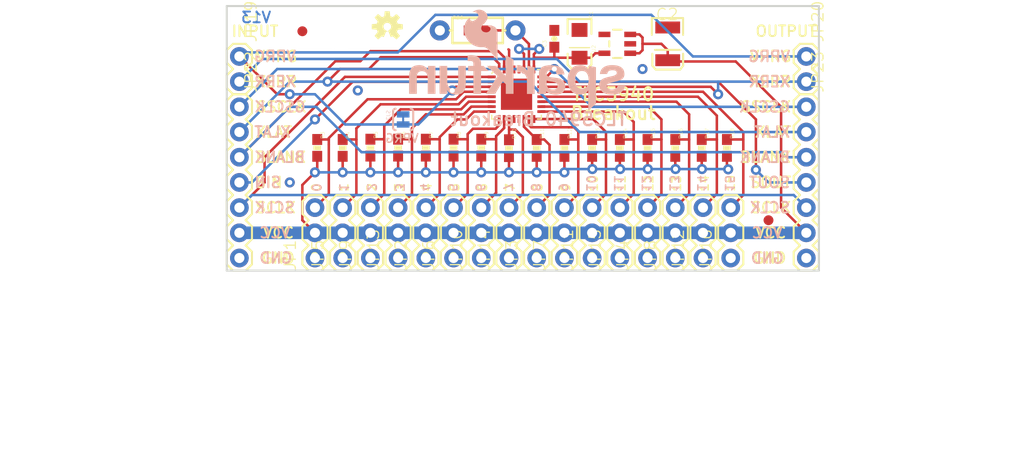
<source format=kicad_pcb>
(kicad_pcb (version 20211014) (generator pcbnew)
  (layers (0 "F.Cu" signal) (31 "B.Cu" signal) (34 "B.Paste" user) (35 "F.Paste" user) (36 "B.SilkS" user "B.Silkscreen") (37 "F.SilkS" user "F.Silkscreen") (38 "B.Mask" user) (39 "F.Mask" user) (44 "Edge.Cuts" user))
  (net 0 "")
  (net 1 "VCC")
  (net 2 "GND")
  (net 3 "SCLK")
  (net 4 "SIN")
  (net 5 "SOUT")
  (net 6 "XLAT")
  (net 7 "GSCLK")
  (net 8 "BLANK")
  (net 9 "XERR")
  (net 10 "OUT0")
  (net 11 "OUT2")
  (net 12 "OUT1")
  (net 13 "OUT3")
  (net 14 "OUT4")
  (net 15 "OUT5")
  (net 16 "OUT6")
  (net 17 "OUT7")
  (net 18 "OUT8")
  (net 19 "OUT9")
  (net 20 "OUT10")
  (net 21 "OUT11")
  (net 22 "OUT12")
  (net 23 "OUT13")
  (net 24 "OUT14")
  (net 25 "OUT15")
  (net 26 "VPRG")
  (net 27 "5V")
  (net 28 "N$1")
  (footprint "boardEagle:0603-RES" (layer "F.Cu") (at 163.8681 105.9688 -90)
    (fp_text reference "R16")
    (fp_text value "2.2k")
  )
  (footprint "boardEagle:0603-RES" (layer "F.Cu") (at 169.0751 105.9688 -90)
    (fp_text reference "R18")
    (fp_text value "2.2k")
  )
  (footprint "boardEagle:0603-RES" (layer "F.Cu") (at 155.4861 105.9688 -90)
    (fp_text reference "R13")
    (fp_text value "2.2k")
  )
  (footprint "boardEagle:QFN-32" (layer "F.Cu") (at 147.8661 100.5586 -90)
    (fp_text reference "U3")
    (fp_text value "TLC5940-RHB")
  )
  (footprint "boardEagle:1X03" (layer "F.Cu") (at 152.6921 117.0686 90)
    (fp_text reference "JP7")
    (fp_text value "")
  )
  (footprint "boardEagle:1X03" (layer "F.Cu") (at 127.5461 117.0686 90)
    (fp_text reference "JP1")
    (fp_text value "")
  )
  (footprint "boardEagle:1X03" (layer "F.Cu") (at 169.4561 117.0686 90)
    (fp_text reference "JP16")
    (fp_text value "")
  )
  (footprint "boardEagle:0603-RES" (layer "F.Cu") (at 158.2801 105.9688 -90)
    (fp_text reference "R14")
    (fp_text value "2.2k")
  )
  (footprint "boardEagle:0603-RES" (layer "F.Cu") (at 141.5161 105.9434 -90)
    (fp_text reference "R8")
    (fp_text value "2.2k")
  )
  (footprint "boardEagle:1X07" (layer "F.Cu") (at 119.9261 101.8286 -90)
    (fp_text reference "JP22")
    (fp_text value "INPUT")
  )
  (footprint "boardEagle:1X02" (layer "F.Cu") (at 177.0761 96.7486 -90)
    (fp_text reference "JP20")
    (fp_text value "")
  )
  (footprint "boardEagle:1X03" (layer "F.Cu") (at 147.1041 117.0686 90)
    (fp_text reference "JP14")
    (fp_text value "")
  )
  (footprint "boardEagle:1X02" (layer "F.Cu") (at 119.9261 96.7486 -90)
    (fp_text reference "JP19")
    (fp_text value "")
  )
  (footprint "boardEagle:1X03" (layer "F.Cu") (at 163.8681 117.0686 90)
    (fp_text reference "JP8")
    (fp_text value "")
  )
  (footprint "boardEagle:1X03" (layer "F.Cu") (at 135.9281 117.0686 90)
    (fp_text reference "JP13")
    (fp_text value "")
  )
  (footprint "boardEagle:1X03" (layer "F.Cu") (at 141.5161 117.0686 90)
    (fp_text reference "JP6")
    (fp_text value "")
  )
  (footprint "boardEagle:FIDUCIAL-1X2" (layer "F.Cu") (at 173.2661 113.2586)
    (fp_text reference "JP21" hide)
    (fp_text value "FIDUCIAL1X2" hide)
  )
  (footprint "boardEagle:1X03" (layer "F.Cu") (at 133.1341 117.0686 90)
    (fp_text reference "JP9")
    (fp_text value "")
  )
  (footprint "boardEagle:SOT23-5" (layer "F.Cu") (at 158.0261 95.4786 90)
    (fp_text reference "U2")
    (fp_text value "V_REG_MIC52055V")
  )
  (footprint "boardEagle:1X03" (layer "F.Cu") (at 155.4861 117.0686 90)
    (fp_text reference "JP11")
    (fp_text value "")
  )
  (footprint "boardEagle:EIA3216" (layer "F.Cu") (at 154.2161 95.4786 -90)
    (fp_text reference "C1")
    (fp_text value "10uF")
  )
  (footprint "boardEagle:1X07" (layer "F.Cu") (at 177.0761 101.8286 -90)
    (fp_text reference "JP23")
    (fp_text value "OUTPUT")
  )
  (footprint "boardEagle:1X03" (layer "F.Cu") (at 149.8981 117.0686 90)
    (fp_text reference "JP3")
    (fp_text value "")
  )
  (footprint "boardEagle:0603-RES" (layer "F.Cu") (at 130.3401 105.9688 -90)
    (fp_text reference "R4")
    (fp_text value "2.2k")
  )
  (footprint "boardEagle:0603-CAP" (layer "F.Cu") (at 151.6761 94.9706 90)
    (fp_text reference "C3")
    (fp_text value "0.1uF")
  )
  (footprint "boardEagle:0603-RES" (layer "F.Cu") (at 127.7747 105.9688 -90)
    (fp_text reference "R3")
    (fp_text value "2.2k")
  )
  (footprint "boardEagle:0603-RES" (layer "F.Cu") (at 149.8981 105.9688 -90)
    (fp_text reference "R11")
    (fp_text value "2.2k")
  )
  (footprint "boardEagle:1X03" (layer "F.Cu") (at 161.0741 117.0686 90)
    (fp_text reference "JP4")
    (fp_text value "")
  )
  (footprint "boardEagle:0603-RES" (layer "F.Cu") (at 135.9281 105.9434 -90)
    (fp_text reference "R6")
    (fp_text value "2.2k")
  )
  (footprint "boardEagle:STAND-OFF" (layer "F.Cu") (at 130.0861 94.2086)
    (fp_text reference "JP17" hide)
    (fp_text value "STAND-OFF" hide)
  )
  (footprint "boardEagle:1X03" (layer "F.Cu") (at 144.3101 117.0686 90)
    (fp_text reference "JP10")
    (fp_text value "")
  )
  (footprint "boardEagle:1X03" (layer "F.Cu") (at 158.2801 117.0686 90)
    (fp_text reference "JP15")
    (fp_text value "")
  )
  (footprint "boardEagle:0603-RES" (layer "F.Cu") (at 161.0741 105.9688 -90)
    (fp_text reference "R15")
    (fp_text value "2.2k")
  )
  (footprint "boardEagle:0603-RES" (layer "F.Cu") (at 143.94434 94.127319)
    (fp_text reference "R19")
    (fp_text value "2.2k")
  )
  (footprint "boardEagle:0603-RES" (layer "F.Cu") (at 147.1041 105.9942 -90)
    (fp_text reference "R10")
    (fp_text value "2.2k")
  )
  (footprint "boardEagle:AXIAL-0.3-KIT" (layer "F.Cu") (at 143.94434 94.127319)
    (fp_text reference "R20")
    (fp_text value "R2" hide)
  )
  (footprint "boardEagle:0603-RES" (layer "F.Cu") (at 144.3101 105.9434 -90)
    (fp_text reference "R9")
    (fp_text value "2.2k")
  )
  (footprint "boardEagle:1X03" (layer "F.Cu") (at 138.7221 117.0686 90)
    (fp_text reference "JP2")
    (fp_text value "")
  )
  (footprint "boardEagle:STAND-OFF" (layer "F.Cu") (at 168.1861 94.2086)
    (fp_text reference "JP18" hide)
    (fp_text value "STAND-OFF" hide)
  )
  (footprint "boardEagle:0603-RES" (layer "F.Cu") (at 166.5351 105.9688 -90)
    (fp_text reference "R17")
    (fp_text value "2.2k")
  )
  (footprint "boardEagle:CREATIVE_COMMONS" (layer "F.Cu") (at 116.1161 134.8486)
    (fp_text reference "FRAME1" hide)
    (fp_text value "FRAME-LETTER" hide)
  )
  (footprint "boardEagle:0603-RES" (layer "F.Cu") (at 138.7221 105.9434 -90)
    (fp_text reference "R7")
    (fp_text value "2.2k")
  )
  (footprint "boardEagle:0603-RES" (layer "F.Cu") (at 152.6921 105.9688 -90)
    (fp_text reference "R12")
    (fp_text value "2.2k")
  )
  (footprint "boardEagle:FIDUCIAL-1X2" (layer "F.Cu") (at 126.2761 94.2086)
    (fp_text reference "JP26" hide)
    (fp_text value "FIDUCIAL1X2" hide)
  )
  (footprint "boardEagle:EIA3528" (layer "F.Cu") (at 163.1061 95.4786 -90)
    (fp_text reference "C2")
    (fp_text value "10uF")
  )
  (footprint "boardEagle:1X03" (layer "F.Cu") (at 130.3401 117.0686 90)
    (fp_text reference "JP5")
    (fp_text value "")
  )
  (footprint "boardEagle:0603-RES" (layer "F.Cu") (at 133.1341 105.9434 -90)
    (fp_text reference "R5")
    (fp_text value "2.2k")
  )
  (footprint "boardEagle:1X03" (layer "F.Cu") (at 166.6621 117.0686 90)
    (fp_text reference "JP12")
    (fp_text value "")
  )
  (footprint "boardEagle:OSHW-LOGO-S" (layer "F.Cu") (at 134.8359 93.7514)
    (fp_text reference "LOGO1" hide)
    (fp_text value "OSHW-LOGOS" hide)
  )
  (footprint "boardEagle:SJ_2S-TRACE" (layer "B.Cu") (at 136.4361 103.0986 -90)
    (fp_text reference "SJ2")
    (fp_text value "SOLDERJUMPERTRACE")
  )
  (footprint "boardEagle:SFE_LOGO_NAME_FLAME_.2" (layer "B.Cu") (at 159.5247 102.3112 180)
    (fp_text reference "LOGO2" hide)
    (fp_text value "SFE_LOGO_NAME_FLAME.2_INCH" hide)
  )
  (gr_line (start 118.6561 91.6686) (end 178.3461 91.6686) (layer "Edge.Cuts") (width 0.2032))
  (gr_line (start 178.3461 118.3386) (end 118.6561 118.3386) (layer "Edge.Cuts") (width 0.2032))
  (gr_line (start 118.6561 118.3386) (end 118.6561 91.6686) (layer "Edge.Cuts") (width 0.2032))
  (gr_line (start 178.3461 91.6686) (end 178.3461 118.3386) (layer "Edge.Cuts") (width 0.2032))
  (gr_text "V13" (at 123.2281 93.4466) (layer "B.Cu") (effects (font (size 1.0795 1.0795) (thickness 0.1905)) (justify left bottom mirror)))
  (gr_text "12" (at 160.4391 110.4646 -90) (layer "B.SilkS") (effects (font (size 0.8636 0.8636) (thickness 0.1524)) (justify left bottom mirror)))
  (gr_text "5" (at 140.8811 110.4646 -90) (layer "B.SilkS") (effects (font (size 0.8636 0.8636) (thickness 0.1524)) (justify left bottom mirror)))
  (gr_text "XERR" (at 121.3231 98.6536) (layer "B.SilkS") (effects (font (size 1.0795 1.0795) (thickness 0.1905)) (justify right top mirror)))
  (gr_text "VPRG" (at 138.0871 105.5116) (layer "B.SilkS") (effects (font (size 0.8636 0.8636) (thickness 0.1524)) (justify left bottom mirror)))
  (gr_text "GSCLK" (at 175.5521 102.4636) (layer "B.SilkS") (effects (font (size 1.0795 1.0795) (thickness 0.1905)) (justify left bottom mirror)))
  (gr_text "XLAT" (at 121.3231 103.7336) (layer "B.SilkS") (effects (font (size 1.0795 1.0795) (thickness 0.1905)) (justify right top mirror)))
  (gr_text "3" (at 135.549637 110.4646 -90) (layer "B.SilkS") (effects (font (size 0.8636 0.8636) (thickness 0.1524)) (justify left bottom mirror)))
  (gr_text "VCC" (at 174.7901 115.1636) (layer "B.SilkS") (effects (font (size 1.0795 1.0795) (thickness 0.1905)) (justify left bottom mirror)))
  (gr_text "GSCLK" (at 121.3231 101.1936) (layer "B.SilkS") (effects (font (size 1.0795 1.0795) (thickness 0.1905)) (justify right top mirror)))
  (gr_text "14" (at 166.0271 110.4646 -90) (layer "B.SilkS") (effects (font (size 0.8636 0.8636) (thickness 0.1524)) (justify left bottom mirror)))
  (gr_text "1" (at 129.941321 110.4646 -90) (layer "B.SilkS") (effects (font (size 0.8636 0.8636) (thickness 0.1524)) (justify left bottom mirror)))
  (gr_text "4" (at 138.0871 110.4646 -90) (layer "B.SilkS") (effects (font (size 0.8636 0.8636) (thickness 0.1524)) (justify left bottom mirror)))
  (gr_text "SCLK" (at 121.3231 111.3536) (layer "B.SilkS") (effects (font (size 1.0795 1.0795) (thickness 0.1905)) (justify right top mirror)))
  (gr_text "BLANK" (at 121.3231 106.2736) (layer "B.SilkS") (effects (font (size 1.0795 1.0795) (thickness 0.1905)) (justify right top mirror)))
  (gr_text "XERR" (at 175.5521 99.9236) (layer "B.SilkS") (effects (font (size 1.0795 1.0795) (thickness 0.1905)) (justify left bottom mirror)))
  (gr_text "VCC" (at 121.8311 113.8936) (layer "B.SilkS") (effects (font (size 1.0795 1.0795) (thickness 0.1905)) (justify right top mirror)))
  (gr_text "GND" (at 174.9171 117.7036) (layer "B.SilkS") (effects (font (size 1.0795 1.0795) (thickness 0.1905)) (justify left bottom mirror)))
  (gr_text "SIN" (at 121.3231 108.8136) (layer "B.SilkS") (effects (font (size 1.0795 1.0795) (thickness 0.1905)) (justify right top mirror)))
  (gr_text "6" (at 143.6751 110.4646 -90) (layer "B.SilkS") (effects (font (size 0.8636 0.8636) (thickness 0.1524)) (justify left bottom mirror)))
  (gr_text "15" (at 168.8211 110.4646 -90) (layer "B.SilkS") (effects (font (size 0.8636 0.8636) (thickness 0.1524)) (justify left bottom mirror)))
  (gr_text "BLANK" (at 175.5521 107.5436) (layer "B.SilkS") (effects (font (size 1.0795 1.0795) (thickness 0.1905)) (justify left bottom mirror)))
  (gr_text "11" (at 157.6451 110.4646 -90) (layer "B.SilkS") (effects (font (size 0.8636 0.8636) (thickness 0.1524)) (justify left bottom mirror)))
  (gr_text "GND" (at 121.8311 116.4336) (layer "B.SilkS") (effects (font (size 1.0795 1.0795) (thickness 0.1905)) (justify right top mirror)))
  (gr_text "VPRG" (at 121.3231 96.1136) (layer "B.SilkS") (effects (font (size 1.0795 1.0795) (thickness 0.1905)) (justify right top mirror)))
  (gr_text "9" (at 152.0571 110.4646 -90) (layer "B.SilkS") (effects (font (size 0.8636 0.8636) (thickness 0.1524)) (justify left bottom mirror)))
  (gr_text "SCLK" (at 175.5521 112.6236) (layer "B.SilkS") (effects (font (size 1.0795 1.0795) (thickness 0.1905)) (justify left bottom mirror)))
  (gr_text "10" (at 154.8511 110.4646 -90) (layer "B.SilkS") (effects (font (size 0.8636 0.8636) (thickness 0.1524)) (justify left bottom mirror)))
  (gr_text "XLAT" (at 175.5521 105.0036) (layer "B.SilkS") (effects (font (size 1.0795 1.0795) (thickness 0.1905)) (justify left bottom mirror)))
  (gr_text "8" (at 149.2631 110.4646 -90) (layer "B.SilkS") (effects (font (size 0.8636 0.8636) (thickness 0.1524)) (justify left bottom mirror)))
  (gr_text "VPRG" (at 175.5521 97.3836) (layer "B.SilkS") (effects (font (size 1.0795 1.0795) (thickness 0.1905)) (justify left bottom mirror)))
  (gr_text "7" (at 146.4691 110.4646 -90) (layer "B.SilkS") (effects (font (size 0.8636 0.8636) (thickness 0.1524)) (justify left bottom mirror)))
  (gr_text "0" (at 127.180337 110.4773 -90) (layer "B.SilkS") (effects (font (size 0.8636 0.8636) (thickness 0.1524)) (justify left bottom mirror)))
  (gr_text "SOUT" (at 175.5521 110.0836) (layer "B.SilkS") (effects (font (size 1.0795 1.0795) (thickness 0.1905)) (justify left bottom mirror)))
  (gr_text "13" (at 163.2331 110.4646 -90) (layer "B.SilkS") (effects (font (size 0.8636 0.8636) (thickness 0.1524)) (justify left bottom mirror)))
  (gr_text "TLC5940 Breakout" (at 159.1437 103.8352) (layer "B.SilkS") (effects (font (size 1.2954 1.2954) (thickness 0.2286)) (justify left bottom mirror)))
  (gr_text "2" (at 132.75564 110.4519 -90) (layer "B.SilkS") (effects (font (size 0.8636 0.8636) (thickness 0.1524)) (justify left bottom mirror)))
  (gr_text "6" (at 144.9451 110.4646 90) (layer "F.SilkS") (effects (font (size 0.8636 0.8636) (thickness 0.1524)) (justify left bottom)))
  (gr_text "13" (at 164.5031 110.4646 90) (layer "F.SilkS") (effects (font (size 0.8636 0.8636) (thickness 0.1524)) (justify left bottom)))
  (gr_text "2" (at 133.7691 110.4646 90) (layer "F.SilkS") (effects (font (size 0.8636 0.8636) (thickness 0.1524)) (justify left bottom)))
  (gr_text "SCLK" (at 175.6791 111.3536) (layer "F.SilkS") (effects (font (size 1.0795 1.0795) (thickness 0.1905)) (justify right top)))
  (gr_text "SOUT" (at 175.6791 108.8136) (layer "F.SilkS") (effects (font (size 1.0795 1.0795) (thickness 0.1905)) (justify right top)))
  (gr_text "14" (at 167.2971 110.4646 90) (layer "F.SilkS") (effects (font (size 0.8636 0.8636) (thickness 0.1524)) (justify left bottom)))
  (gr_text "VCC" (at 175.1711 113.8936) (layer "F.SilkS") (effects (font (size 1.0795 1.0795) (thickness 0.1905)) (justify right top)))
  (gr_text "SIN" (at 121.4501 110.0836) (layer "F.SilkS") (effects (font (size 1.0795 1.0795) (thickness 0.1905)) (justify left bottom)))
  (gr_text "XERR" (at 175.6791 98.6536) (layer "F.SilkS") (effects (font (size 1.0795 1.0795) (thickness 0.1905)) (justify right top)))
  (gr_text "INPUT" (at 119.0371 94.8436) (layer "F.SilkS") (effects (font (size 1.0795 1.0795) (thickness 0.1905)) (justify left bottom)))
  (gr_text "GSCLK" (at 121.4501 102.4636) (layer "F.SilkS") (effects (font (size 1.0795 1.0795) (thickness 0.1905)) (justify left bottom)))
  (gr_text "SCLK" (at 121.4501 112.6236) (layer "F.SilkS") (effects (font (size 1.0795 1.0795) (thickness 0.1905)) (justify left bottom)))
  (gr_text "BLANK" (at 121.4501 107.5436) (layer "F.SilkS") (effects (font (size 1.0795 1.0795) (thickness 0.1905)) (justify left bottom)))
  (gr_text "OUTPUT" (at 178.2191 93.5736) (layer "F.SilkS") (effects (font (size 1.0795 1.0795) (thickness 0.1905)) (justify right top)))
  (gr_text "4" (at 139.3571 110.4646 90) (layer "F.SilkS") (effects (font (size 0.8636 0.8636) (thickness 0.1524)) (justify left bottom)))
  (gr_text "VCC" (at 122.2121 115.1636) (layer "F.SilkS") (effects (font (size 1.0795 1.0795) (thickness 0.1905)) (justify left bottom)))
  (gr_text "8" (at 150.5331 110.4646 90) (layer "F.SilkS") (effects (font (size 0.8636 0.8636) (thickness 0.1524)) (justify left bottom)))
  (gr_text "12" (at 161.7091 110.4646 90) (layer "F.SilkS") (effects (font (size 0.8636 0.8636) (thickness 0.1524)) (justify left bottom)))
  (gr_text "9" (at 153.3271 110.4646 90) (layer "F.SilkS") (effects (font (size 0.8636 0.8636) (thickness 0.1524)) (justify left bottom)))
  (gr_text "5" (at 142.1511 110.4646 90) (layer "F.SilkS") (effects (font (size 0.8636 0.8636) (thickness 0.1524)) (justify left bottom)))
  (gr_text "15" (at 168.9227 108.6104 90) (layer "F.SilkS") (effects (font (size 0.8636 0.8636) (thickness 0.1524)) (justify right top)))
  (gr_text "7" (at 147.7391 110.4646 90) (layer "F.SilkS") (effects (font (size 0.8636 0.8636) (thickness 0.1524)) (justify left bottom)))
  (gr_text "0" (at 128.1811 110.4646 90) (layer "F.SilkS") (effects (font (size 0.8636 0.8636) (thickness 0.1524)) (justify left bottom)))
  (gr_text "VPRG" (at 175.6791 96.1136) (layer "F.SilkS") (effects (font (size 1.0795 1.0795) (thickness 0.1905)) (justify right top)))
  (gr_text "TLC5940" (at 153.3271 101.3206) (layer "F.SilkS") (effects (font (size 1.2954 1.2954) (thickness 0.2286)) (justify left bottom)))
  (gr_text "GND" (at 122.0851 117.7036) (layer "F.SilkS") (effects (font (size 1.0795 1.0795) (thickness 0.1905)) (justify left bottom)))
  (gr_text "VPRG" (at 121.4501 97.3836) (layer "F.SilkS") (effects (font (size 1.0795 1.0795) (thickness 0.1905)) (justify left bottom)))
  (gr_text "XLAT" (at 121.4501 105.0036) (layer "F.SilkS") (effects (font (size 1.0795 1.0795) (thickness 0.1905)) (justify left bottom)))
  (gr_text "1" (at 130.9751 110.4646 90) (layer "F.SilkS") (effects (font (size 0.8636 0.8636) (thickness 0.1524)) (justify left bottom)))
  (gr_text "XERR" (at 121.4501 99.9236) (layer "F.SilkS") (effects (font (size 1.0795 1.0795) (thickness 0.1905)) (justify left bottom)))
  (gr_text "10" (at 156.1211 110.4646 90) (layer "F.SilkS") (effects (font (size 0.8636 0.8636) (thickness 0.1524)) (justify left bottom)))
  (gr_text "11" (at 158.9151 110.4646 90) (layer "F.SilkS") (effects (font (size 0.8636 0.8636) (thickness 0.1524)) (justify left bottom)))
  (gr_text "Breakout" (at 153.2001 103.2256) (layer "F.SilkS") (effects (font (size 1.2954 1.2954) (thickness 0.2286)) (justify left bottom)))
  (gr_text "BLANK" (at 175.6791 106.2736) (layer "F.SilkS") (effects (font (size 1.0795 1.0795) (thickness 0.1905)) (justify right top)))
  (gr_text "GSCLK" (at 175.6791 101.1936) (layer "F.SilkS") (effects (font (size 1.0795 1.0795) (thickness 0.1905)) (justify right top)))
  (gr_text "XLAT" (at 175.6791 103.7336) (layer "F.SilkS") (effects (font (size 1.0795 1.0795) (thickness 0.1905)) (justify right top)))
  (gr_text "GND" (at 175.1711 116.4336) (layer "F.SilkS") (effects (font (size 1.0795 1.0795) (thickness 0.1905)) (justify right top)))
  (gr_text "3" (at 136.5631 110.4646 90) (layer "F.SilkS") (effects (font (size 0.8636 0.8636) (thickness 0.1524)) (justify left bottom)))
  (segment (start 169.9641 97.2566) (end 163.3601 97.2566) (width 0.254) (layer "F.Cu") (net 1))
  (segment (start 160.2511 96.4286) (end 159.3262 96.4286) (width 0.254) (layer "F.Cu") (net 1))
  (segment (start 158.2801 106.8188) (end 158.2801 108.077) (width 0.254) (layer "F.Cu") (net 1))
  (segment (start 127.7747 106.8188) (end 127.7747 108.204) (width 0.254) (layer "F.Cu") (net 1))
  (segment (start 174.5361 101.8286) (end 169.9641 97.2566) (width 0.254) (layer "F.Cu") (net 1))
  (segment (start 126.2761 113.2586) (end 126.2761 109.7026) (width 0.254) (layer "F.Cu") (net 1))
  (segment (start 155.4861 106.8188) (end 155.4861 108.077) (width 0.254) (layer "F.Cu") (net 1))
  (segment (start 155.4861 108.077) (end 155.5115 108.1024) (width 0.254) (layer "F.Cu") (net 1))
  (segment (start 174.5361 111.9886) (end 174.5361 101.8286) (width 0.254) (layer "F.Cu") (net 1))
  (segment (start 138.7221 108.4326) (end 138.7221 106.7934) (width 0.254) (layer "F.Cu") (net 1))
  (segment (start 161.0741 108.077) (end 161.0995 108.1024) (width 0.254) (layer "F.Cu") (net 1))
  (segment (start 126.2761 109.7026) (end 127.5461 108.4326) (width 0.254) (layer "F.Cu") (net 1))
  (segment (start 163.8681 106.8188) (end 163.8681 108.077) (width 0.254) (layer "F.Cu") (net 1))
  (segment (start 160.5661 94.8436) (end 160.2511 94.5286) (width 0.254) (layer "F.Cu") (net 1))
  (segment (start 163.1061 96.1136) (end 162.4711 95.4786) (width 0.254) (layer "F.Cu") (net 1))
  (segment (start 177.0761 114.5286) (end 174.5361 111.9886) (width 0.254) (layer "F.Cu") (net 1))
  (segment (start 166.5351 108.077) (end 166.5605 108.1024) (width 0.254) (layer "F.Cu") (net 1))
  (segment (start 160.5661 95.4786) (end 160.5661 94.8436) (width 0.254) (layer "F.Cu") (net 1))
  (segment (start 161.0741 106.8188) (end 161.0741 108.077) (width 0.254) (layer "F.Cu") (net 1))
  (segment (start 160.5661 95.4786) (end 160.5661 96.1136) (width 0.254) (layer "F.Cu") (net 1))
  (segment (start 133.1341 108.4326) (end 133.1341 106.7934) (width 0.254) (layer "F.Cu") (net 1))
  (segment (start 163.8681 108.077) (end 163.8935 108.1024) (width 0.254) (layer "F.Cu") (net 1))
  (segment (start 144.3101 108.4326) (end 144.3101 106.7934) (width 0.254) (layer "F.Cu") (net 1))
  (segment (start 149.8981 108.4326) (end 149.8981 106.8188) (width 0.254) (layer "F.Cu") (net 1))
  (segment (start 160.5661 96.1136) (end 160.2511 96.4286) (width 0.254) (layer "F.Cu") (net 1))
  (segment (start 130.3401 108.4326) (end 130.3401 106.8188) (width 0.254) (layer "F.Cu") (net 1))
  (segment (start 158.2801 108.077) (end 158.3055 108.1024) (width 0.254) (layer "F.Cu") (net 1))
  (segment (start 169.0751 106.8188) (end 169.0751 108.0008) (width 0.254) (layer "F.Cu") (net 1))
  (segment (start 147.1041 108.4326) (end 147.1041 106.8442) (width 0.254) (layer "F.Cu") (net 1))
  (segment (start 163.2321 97.1286) (end 163.1061 97.1286) (width 0.254) (layer "F.Cu") (net 1))
  (segment (start 141.5161 108.4326) (end 141.5161 106.7934) (width 0.254) (layer "F.Cu") (net 1))
  (segment (start 163.1061 97.1286) (end 163.1061 96.1136) (width 0.254) (layer "F.Cu") (net 1))
  (segment (start 166.5351 106.8188) (end 166.5351 108.077) (width 0.254) (layer "F.Cu") (net 1))
  (segment (start 127.5461 114.5286) (end 126.2761 113.2586) (width 0.254) (layer "F.Cu") (net 1))
  (segment (start 163.3601 97.2566) (end 163.2321 97.1286) (width 0.254) (layer "F.Cu") (net 1))
  (segment (start 162.4711 95.4786) (end 160.5661 95.4786) (width 0.254) (layer "F.Cu") (net 1))
  (segment (start 169.0751 108.0008) (end 169.2021 108.1278) (width 0.254) (layer "F.Cu") (net 1))
  (segment (start 160.2511 94.5286) (end 159.3262 94.5286) (width 0.254) (layer "F.Cu") (net 1))
  (segment (start 152.6921 108.4326) (end 152.6921 106.8188) (width 0.254) (layer "F.Cu") (net 1))
  (segment (start 127.7747 108.204) (end 127.5461 108.4326) (width 0.254) (layer "F.Cu") (net 1))
  (segment (start 135.9281 108.4326) (end 135.9281 106.7934) (width 0.254) (layer "F.Cu") (net 1))
  (via (at 144.3101 108.4326) (size 1.016) (drill 0.508) (layers "F.Cu" "B.Cu") (net 1))
  (via (at 149.8981 108.4326) (size 1.016) (drill 0.508) (layers "F.Cu" "B.Cu") (net 1))
  (via (at 155.5115 108.1024) (size 1.016) (drill 0.508) (layers "F.Cu" "B.Cu") (net 1))
  (via (at 135.9281 108.4326) (size 1.016) (drill 0.508) (layers "F.Cu" "B.Cu") (net 1))
  (via (at 161.0995 108.1024) (size 1.016) (drill 0.508) (layers "F.Cu" "B.Cu") (net 1))
  (via (at 169.2021 108.1278) (size 1.016) (drill 0.508) (layers "F.Cu" "B.Cu") (net 1))
  (via (at 127.5461 108.4326) (size 1.016) (drill 0.508) (layers "F.Cu" "B.Cu") (net 1))
  (via (at 138.7221 108.4326) (size 1.016) (drill 0.508) (layers "F.Cu" "B.Cu") (net 1))
  (via (at 152.6921 108.4326) (size 1.016) (drill 0.508) (layers "F.Cu" "B.Cu") (net 1))
  (via (at 163.8935 108.1024) (size 1.016) (drill 0.508) (layers "F.Cu" "B.Cu") (net 1))
  (via (at 147.1041 108.4326) (size 1.016) (drill 0.508) (layers "F.Cu" "B.Cu") (net 1))
  (via (at 133.1341 108.4326) (size 1.016) (drill 0.508) (layers "F.Cu" "B.Cu") (net 1))
  (via (at 141.5161 108.4326) (size 1.016) (drill 0.508) (layers "F.Cu" "B.Cu") (net 1))
  (via (at 158.3055 108.1024) (size 1.016) (drill 0.508) (layers "F.Cu" "B.Cu") (net 1))
  (via (at 130.3401 108.4326) (size 1.016) (drill 0.508) (layers "F.Cu" "B.Cu") (net 1))
  (via (at 166.5605 108.1024) (size 1.016) (drill 0.508) (layers "F.Cu" "B.Cu") (net 1))
  (segment (start 130.3401 114.5286) (end 133.1341 114.5286) (width 1.27) (layer "B.Cu") (net 1))
  (segment (start 147.1041 108.4326) (end 149.8981 108.4326) (width 0.254) (layer "B.Cu") (net 1))
  (segment (start 141.5161 114.5286) (end 144.3101 114.5286) (width 1.27) (layer "B.Cu") (net 1))
  (segment (start 144.3101 108.4326) (end 147.1041 108.4326) (width 0.254) (layer "B.Cu") (net 1))
  (segment (start 138.7221 108.4326) (end 141.5161 108.4326) (width 0.254) (layer "B.Cu") (net 1))
  (segment (start 166.5605 108.1024) (end 169.1767 108.1024) (width 0.254) (layer "B.Cu") (net 1))
  (segment (start 149.8981 108.4326) (end 152.6921 108.4326) (width 0.254) (layer "B.Cu") (net 1))
  (segment (start 152.6921 114.5286) (end 155.4861 114.5286) (width 1.27) (layer "B.Cu") (net 1))
  (segment (start 163.8935 108.1024) (end 166.5605 108.1024) (width 0.254) (layer "B.Cu") (net 1))
  (segment (start 161.0741 114.5286) (end 163.8681 114.5286) (width 1.27) (layer "B.Cu") (net 1))
  (segment (start 133.1341 108.4326) (end 135.9281 108.4326) (width 0.254) (layer "B.Cu") (net 1))
  (segment (start 127.5461 108.4326) (end 130.3401 108.4326) (width 0.254) (layer "B.Cu") (net 1))
  (segment (start 169.1767 108.1024) (end 169.2021 108.1278) (width 0.254) (layer "B.Cu") (net 1))
  (segment (start 158.3055 108.1024) (end 161.0995 108.1024) (width 0.254) (layer "B.Cu") (net 1))
  (segment (start 158.2801 114.5286) (end 161.0741 114.5286) (width 1.27) (layer "B.Cu") (net 1))
  (segment (start 144.3101 114.5286) (end 147.1041 114.5286) (width 1.27) (layer "B.Cu") (net 1))
  (segment (start 161.0995 108.1024) (end 163.8935 108.1024) (width 0.254) (layer "B.Cu") (net 1))
  (segment (start 133.1341 114.5286) (end 135.9281 114.5286) (width 1.27) (layer "B.Cu") (net 1))
  (segment (start 169.4561 114.5286) (end 177.0761 114.5286) (width 1.27) (layer "B.Cu") (net 1))
  (segment (start 149.8981 114.5286) (end 152.6921 114.5286) (width 1.27) (layer "B.Cu") (net 1))
  (segment (start 155.5115 108.1024) (end 153.0223 108.1024) (width 0.254) (layer "B.Cu") (net 1))
  (segment (start 119.9261 114.5286) (end 127.5461 114.5286) (width 1.27) (layer "B.Cu") (net 1))
  (segment (start 141.5161 108.4326) (end 144.3101 108.4326) (width 0.254) (layer "B.Cu") (net 1))
  (segment (start 155.5115 108.1024) (end 158.3055 108.1024) (width 0.254) (layer "B.Cu") (net 1))
  (segment (start 127.5461 114.5286) (end 130.3401 114.5286) (width 1.27) (layer "B.Cu") (net 1))
  (segment (start 153.0223 108.1024) (end 152.6921 108.4326) (width 0.254) (layer "B.Cu") (net 1))
  (segment (start 163.8681 114.5286) (end 166.6621 114.5286) (width 1.27) (layer "B.Cu") (net 1))
  (segment (start 135.9281 108.4326) (end 138.7221 108.4326) (width 0.254) (layer "B.Cu") (net 1))
  (segment (start 147.1041 114.5286) (end 149.8981 114.5286) (width 1.27) (layer "B.Cu") (net 1))
  (segment (start 138.7221 114.5286) (end 141.5161 114.5286) (width 1.27) (layer "B.Cu") (net 1))
  (segment (start 166.6621 114.5286) (end 169.4561 114.5286) (width 1.27) (layer "B.Cu") (net 1))
  (segment (start 135.9281 114.5286) (end 138.7221 114.5286) (width 1.27) (layer "B.Cu") (net 1))
  (segment (start 155.4861 114.5286) (end 158.2801 114.5286) (width 1.27) (layer "B.Cu") (net 1))
  (segment (start 130.3401 108.4326) (end 133.1341 108.4326) (width 0.254) (layer "B.Cu") (net 1))
  (segment (start 147.1161 96.1002) (end 147.0533 96.0374) (width 0.254) (layer "F.Cu") (net 2))
  (segment (start 147.1161 98.0586) (end 147.1161 96.1002) (width 0.254) (layer "F.Cu") (net 2))
  (via (at 125.0061 109.4486) (size 1.016) (drill 0.508) (layers "F.Cu" "B.Cu") (net 2))
  (via (at 131.8641 100.1776) (size 1.016) (drill 0.508) (layers "F.Cu" "B.Cu") (net 2))
  (via (at 160.5661 98.0186) (size 1.016) (drill 0.508) (layers "F.Cu" "B.Cu") (net 2))
  (segment (start 122.4661 106.9086) (end 130.5661 98.8086) (width 0.254) (layer "F.Cu") (net 3))
  (segment (start 130.5661 98.8086) (end 145.3661 98.8086) (width 0.254) (layer "F.Cu") (net 3))
  (segment (start 122.4661 109.4486) (end 122.4661 106.9086) (width 0.254) (layer "F.Cu") (net 3))
  (segment (start 119.9261 111.9886) (end 122.4661 109.4486) (width 0.254) (layer "F.Cu") (net 3))
  (segment (start 121.1961 110.7186) (end 175.8061 110.7186) (width 0.254) (layer "B.Cu") (net 3))
  (segment (start 175.8061 110.7186) (end 177.0761 111.9886) (width 0.254) (layer "B.Cu") (net 3))
  (segment (start 119.9261 111.9886) (end 121.1961 110.7186) (width 0.254) (layer "B.Cu") (net 3))
  (segment (start 127.5461 103.0986) (end 131.3361 99.3086) (width 0.254) (layer "F.Cu") (net 4))
  (segment (start 131.3361 99.3086) (end 145.3661 99.3086) (width 0.254) (layer "F.Cu") (net 4))
  (via (at 127.5461 103.0986) (size 1.016) (drill 0.508) (layers "F.Cu" "B.Cu") (net 4))
  (segment (start 119.9261 109.4486) (end 121.1961 109.4486) (width 0.254) (layer "B.Cu") (net 4))
  (segment (start 121.1961 109.4486) (end 127.5461 103.0986) (width 0.254) (layer "B.Cu") (net 4))
  (segment (start 168.2061 99.3086) (end 171.9961 103.0986) (width 0.254) (layer "F.Cu") (net 5))
  (segment (start 150.3661 99.3086) (end 168.2061 99.3086) (width 0.254) (layer "F.Cu") (net 5))
  (segment (start 171.9961 103.0986) (end 171.9961 108.1786) (width 0.254) (layer "F.Cu") (net 5))
  (via (at 171.9961 108.1786) (size 1.016) (drill 0.508) (layers "F.Cu" "B.Cu") (net 5))
  (segment (start 171.9961 108.1786) (end 173.2661 109.4486) (width 0.254) (layer "B.Cu") (net 5))
  (segment (start 173.2661 109.4486) (end 177.0761 109.4486) (width 0.254) (layer "B.Cu") (net 5))
  (segment (start 130.0861 98.0186) (end 128.8161 99.2886) (width 0.254) (layer "F.Cu") (net 6))
  (segment (start 145.4531 96.8248) (end 134.1755 96.8248) (width 0.254) (layer "F.Cu") (net 6))
  (segment (start 132.9817 98.0186) (end 130.0861 98.0186) (width 0.254) (layer "F.Cu") (net 6))
  (segment (start 146.1161 98.0586) (end 146.1161 97.4878) (width 0.254) (layer "F.Cu") (net 6))
  (segment (start 134.1755 96.8248) (end 132.9817 98.0186) (width 0.254) (layer "F.Cu") (net 6))
  (segment (start 146.1161 97.4878) (end 145.4531 96.8248) (width 0.254) (layer "F.Cu") (net 6))
  (via (at 128.8161 99.2886) (size 1.016) (drill 0.508) (layers "F.Cu" "B.Cu") (net 6))
  (segment (start 128.8161 99.2886) (end 149.1361 99.2886) (width 0.254) (layer "B.Cu") (net 6))
  (segment (start 154.2161 104.3686) (end 177.0761 104.3686) (width 0.254) (layer "B.Cu") (net 6))
  (segment (start 119.9261 104.3686) (end 125.0061 99.2886) (width 0.254) (layer "B.Cu") (net 6))
  (segment (start 125.0061 99.2886) (end 128.8161 99.2886) (width 0.254) (layer "B.Cu") (net 6))
  (segment (start 149.1361 99.2886) (end 154.2161 104.3686) (width 0.254) (layer "B.Cu") (net 6))
  (segment (start 151.6761 98.0186) (end 150.8861 98.8086) (width 0.254) (layer "F.Cu") (net 7))
  (segment (start 150.8861 98.8086) (end 150.3661 98.8086) (width 0.254) (layer "F.Cu") (net 7))
  (via (at 151.6761 98.0186) (size 1.016) (drill 0.508) (layers "F.Cu" "B.Cu") (net 7))
  (segment (start 155.4861 101.8286) (end 177.0761 101.8286) (width 0.254) (layer "B.Cu") (net 7))
  (segment (start 123.7361 98.0186) (end 151.6761 98.0186) (width 0.254) (layer "B.Cu") (net 7))
  (segment (start 151.6761 98.0186) (end 155.4861 101.8286) (width 0.254) (layer "B.Cu") (net 7))
  (segment (start 119.9261 101.8286) (end 123.7361 98.0186) (width 0.254) (layer "B.Cu") (net 7))
  (segment (start 133.1341 96.2152) (end 132.1181 97.2312) (width 0.254) (layer "F.Cu") (net 8))
  (segment (start 119.9261 106.9086) (end 129.6035 97.2312) (width 0.254) (layer "F.Cu") (net 8))
  (segment (start 132.1181 97.2312) (end 129.6035 97.2312) (width 0.254) (layer "F.Cu") (net 8))
  (segment (start 146.6161 98.0586) (end 146.6161 96.8194) (width 0.254) (layer "F.Cu") (net 8))
  (segment (start 146.0119 96.2152) (end 133.1341 96.2152) (width 0.254) (layer "F.Cu") (net 8))
  (segment (start 146.6161 96.8194) (end 146.0119 96.2152) (width 0.254) (layer "F.Cu") (net 8))
  (segment (start 127.6731 101.8286) (end 132.2451 106.4006) (width 0.254) (layer "B.Cu") (net 8))
  (segment (start 119.9261 106.9086) (end 125.0061 101.8286) (width 0.254) (layer "B.Cu") (net 8))
  (segment (start 125.0061 101.8286) (end 127.6731 101.8286) (width 0.254) (layer "B.Cu") (net 8))
  (segment (start 175.0441 106.9086) (end 177.0761 106.9086) (width 0.254) (layer "B.Cu") (net 8))
  (segment (start 174.5361 106.4006) (end 175.0441 106.9086) (width 0.254) (layer "B.Cu") (net 8))
  (segment (start 132.2451 106.4006) (end 174.5361 106.4006) (width 0.254) (layer "B.Cu") (net 8))
  (segment (start 167.4361 99.8086) (end 150.3661 99.8086) (width 0.254) (layer "F.Cu") (net 9))
  (segment (start 168.1861 100.5586) (end 167.4361 99.8086) (width 0.254) (layer "F.Cu") (net 9))
  (via (at 168.1861 100.5586) (size 1.016) (drill 0.508) (layers "F.Cu" "B.Cu") (net 9))
  (segment (start 168.1861 99.2886) (end 168.1861 100.5586) (width 0.254) (layer "B.Cu") (net 9))
  (segment (start 119.9261 99.2886) (end 122.2121 97.0026) (width 0.254) (layer "B.Cu") (net 9))
  (segment (start 151.9301 97.0026) (end 154.2161 99.2886) (width 0.254) (layer "B.Cu") (net 9))
  (segment (start 122.2121 97.0026) (end 151.9301 97.0026) (width 0.254) (layer "B.Cu") (net 9))
  (segment (start 154.2161 99.2886) (end 168.1861 99.2886) (width 0.254) (layer "B.Cu") (net 9))
  (segment (start 168.1861 99.2886) (end 177.0761 99.2886) (width 0.254) (layer "B.Cu") (net 9))
  (segment (start 127.5461 111.9886) (end 128.9431 110.5916) (width 0.254) (layer "F.Cu") (net 10))
  (segment (start 128.9431 104.9736) (end 132.8501 101.0666) (width 0.254) (layer "F.Cu") (net 10))
  (segment (start 127.7747 105.1188) (end 128.9431 105.1188) (width 0.254) (layer "F.Cu") (net 10))
  (segment (start 128.9431 110.5916) (end 128.9431 105.6386) (width 0.254) (layer "F.Cu") (net 10))
  (segment (start 132.8501 101.0666) (end 141.7701 101.0666) (width 0.254) (layer "F.Cu") (net 10))
  (segment (start 142.5281 100.3086) (end 145.3661 100.3086) (width 0.254) (layer "F.Cu") (net 10))
  (segment (start 141.7701 101.0666) (end 142.5281 100.3086) (width 0.254) (layer "F.Cu") (net 10))
  (segment (start 128.9431 105.1188) (end 128.9431 105.6386) (width 0.254) (layer "F.Cu") (net 10))
  (segment (start 128.9431 105.1188) (end 128.9431 104.9736) (width 0.254) (layer "F.Cu") (net 10))
  (segment (start 134.5311 105.0036) (end 134.5161 104.9886) (width 0.254) (layer "F.Cu") (net 11))
  (segment (start 134.5311 105.0934) (end 134.5311 105.0036) (width 0.254) (layer "F.Cu") (net 11))
  (segment (start 134.5311 103.7336) (end 136.1821 102.0826) (width 0.254) (layer "F.Cu") (net 11))
  (segment (start 133.1341 105.0934) (end 134.5311 105.0934) (width 0.254) (layer "F.Cu") (net 11))
  (segment (start 143.0521 101.3086) (end 145.3661 101.3086) (width 0.254) (layer "F.Cu") (net 11))
  (segment (start 136.1821 102.0826) (end 142.2781 102.0826) (width 0.254) (layer "F.Cu") (net 11))
  (segment (start 142.2781 102.0826) (end 143.0521 101.3086) (width 0.254) (layer "F.Cu") (net 11))
  (segment (start 134.5311 105.0036) (end 134.5311 103.7336) (width 0.254) (layer "F.Cu") (net 11))
  (segment (start 133.1341 111.9886) (end 134.5311 110.5916) (width 0.254) (layer "F.Cu") (net 11))
  (segment (start 134.5311 110.5916) (end 134.5311 105.0934) (width 0.254) (layer "F.Cu") (net 11))
  (segment (start 131.7221 104.0026) (end 134.1501 101.5746) (width 0.254) (layer "F.Cu") (net 12))
  (segment (start 130.3401 105.1188) (end 131.7221 105.1188) (width 0.254) (layer "F.Cu") (net 12))
  (segment (start 131.7221 105.1188) (end 131.7221 104.0026) (width 0.254) (layer "F.Cu") (net 12))
  (segment (start 131.7221 110.6066) (end 130.3401 111.9886) (width 0.254) (layer "F.Cu") (net 12))
  (segment (start 142.0241 101.5746) (end 142.7901 100.8086) (width 0.254) (layer "F.Cu") (net 12))
  (segment (start 142.7901 100.8086) (end 145.3661 100.8086) (width 0.254) (layer "F.Cu") (net 12))
  (segment (start 131.7221 105.1188) (end 131.7221 110.6066) (width 0.254) (layer "F.Cu") (net 12))
  (segment (start 134.1501 101.5746) (end 142.0241 101.5746) (width 0.254) (layer "F.Cu") (net 12))
  (segment (start 135.9281 105.0934) (end 137.3251 105.0934) (width 0.254) (layer "F.Cu") (net 13))
  (segment (start 137.3251 105.0036) (end 137.3101 104.9886) (width 0.254) (layer "F.Cu") (net 13))
  (segment (start 142.5321 102.5906) (end 143.3141 101.8086) (width 0.254) (layer "F.Cu") (net 13))
  (segment (start 137.3251 103.9876) (end 138.7221 102.5906) (width 0.254) (layer "F.Cu") (net 13))
  (segment (start 143.3141 101.8086) (end 145.3661 101.8086) (width 0.254) (layer "F.Cu") (net 13))
  (segment (start 135.9281 111.9886) (end 137.3251 110.5916) (width 0.254) (layer "F.Cu") (net 13))
  (segment (start 138.7221 102.5906) (end 142.5321 102.5906) (width 0.254) (layer "F.Cu") (net 13))
  (segment (start 137.3251 105.0036) (end 137.3251 103.9876) (width 0.254) (layer "F.Cu") (net 13))
  (segment (start 137.3251 110.5916) (end 137.3251 105.0934) (width 0.254) (layer "F.Cu") (net 13))
  (segment (start 137.3251 105.0934) (end 137.3251 105.0036) (width 0.254) (layer "F.Cu") (net 13))
  (segment (start 141.8971 103.0986) (end 142.7861 103.0986) (width 0.254) (layer "F.Cu") (net 14))
  (segment (start 138.7221 111.9886) (end 140.1191 110.5916) (width 0.254) (layer "F.Cu") (net 14))
  (segment (start 140.1191 105.0934) (end 140.1191 104.8766) (width 0.254) (layer "F.Cu") (net 14))
  (segment (start 140.1191 104.8766) (end 141.8971 103.0986) (width 0.254) (layer "F.Cu") (net 14))
  (segment (start 143.5761 102.3086) (end 145.3661 102.3086) (width 0.254) (layer "F.Cu") (net 14))
  (segment (start 142.7861 103.0986) (end 143.5761 102.3086) (width 0.254) (layer "F.Cu") (net 14))
  (segment (start 138.7221 105.0934) (end 140.1191 105.0934) (width 0.254) (layer "F.Cu") (net 14))
  (segment (start 140.1191 110.5916) (end 140.1191 105.0934) (width 0.254) (layer "F.Cu") (net 14))
  (segment (start 145.7579 104.0384) (end 143.4719 104.0384) (width 0.254) (layer "F.Cu") (net 15))
  (segment (start 146.1135 103.0586) (end 146.1135 103.6828) (width 0.254) (layer "F.Cu") (net 15))
  (segment (start 146.1135 103.6828) (end 145.7579 104.0384) (width 0.254) (layer "F.Cu") (net 15))
  (segment (start 143.4719 104.0384) (end 142.9385 104.5718) (width 0.254) (layer "F.Cu") (net 15))
  (segment (start 142.9385 105.0934) (end 142.9385 110.5662) (width 0.254) (layer "F.Cu") (net 15))
  (segment (start 142.9385 110.5662) (end 141.5161 111.9886) (width 0.254) (layer "F.Cu") (net 15))
  (segment (start 141.5161 105.0934) (end 142.9385 105.0934) (width 0.254) (layer "F.Cu") (net 15))
  (segment (start 142.9385 105.0934) (end 142.9385 104.5718) (width 0.254) (layer "F.Cu") (net 15))
  (segment (start 146.1161 103.0586) (end 146.1135 103.0586) (width 0.254) (layer "F.Cu") (net 15))
  (segment (start 146.6161 103.0586) (end 146.6161 103.9676) (width 0.254) (layer "F.Cu") (net 16))
  (segment (start 146.6161 103.9676) (end 145.8087 104.775) (width 0.254) (layer "F.Cu") (net 16))
  (segment (start 145.8087 104.775) (end 145.8087 105.0934) (width 0.254) (layer "F.Cu") (net 16))
  (segment (start 145.8087 105.0934) (end 145.8087 110.49) (width 0.254) (layer "F.Cu") (net 16))
  (segment (start 144.3101 105.0934) (end 145.8087 105.0934) (width 0.254) (layer "F.Cu") (net 16))
  (segment (start 145.8087 110.49) (end 144.3101 111.9886) (width 0.254) (layer "F.Cu") (net 16))
  (segment (start 147.1041 111.9886) (end 148.5011 110.5916) (width 0.254) (layer "F.Cu") (net 17))
  (segment (start 147.1161 104.1146) (end 147.1161 103.0586) (width 0.254) (layer "F.Cu") (net 17))
  (segment (start 147.1161 105.1442) (end 147.1161 104.1146) (width 0.254) (layer "F.Cu") (net 17))
  (segment (start 147.7391 104.1146) (end 147.1161 104.1146) (width 0.254) (layer "F.Cu") (net 17))
  (segment (start 148.5011 104.8766) (end 147.7391 104.1146) (width 0.254) (layer "F.Cu") (net 17))
  (segment (start 147.1041 105.1442) (end 147.1161 105.1442) (width 0.254) (layer "F.Cu") (net 17))
  (segment (start 148.5011 110.5916) (end 148.5011 104.8766) (width 0.254) (layer "F.Cu") (net 17))
  (segment (start 149.8981 105.1188) (end 150.6483 105.1188) (width 0.254) (layer "F.Cu") (net 18))
  (segment (start 148.6161 103.8368) (end 149.8981 105.1188) (width 0.254) (layer "F.Cu") (net 18))
  (segment (start 148.6161 103.0586) (end 148.6161 103.8368) (width 0.254) (layer "F.Cu") (net 18))
  (segment (start 151.1935 110.6932) (end 149.8981 111.9886) (width 0.254) (layer "F.Cu") (net 18))
  (segment (start 151.1935 105.664) (end 151.1935 110.6932) (width 0.254) (layer "F.Cu") (net 18))
  (segment (start 150.6483 105.1188) (end 151.1935 105.664) (width 0.254) (layer "F.Cu") (net 18))
  (segment (start 154.0891 110.5916) (end 154.0891 105.1188) (width 0.254) (layer "F.Cu") (net 19))
  (segment (start 152.6921 111.9886) (end 154.0891 110.5916) (width 0.254) (layer "F.Cu") (net 19))
  (segment (start 154.0891 104.3178) (end 154.0891 105.1188) (width 0.254) (layer "F.Cu") (net 19))
  (segment (start 153.6573 103.886) (end 154.0891 104.3178) (width 0.254) (layer "F.Cu") (net 19))
  (segment (start 149.3393 103.886) (end 153.6573 103.886) (width 0.254) (layer "F.Cu") (net 19))
  (segment (start 149.1161 103.6628) (end 149.3393 103.886) (width 0.254) (layer "F.Cu") (net 19))
  (segment (start 149.1161 103.0586) (end 149.1161 103.6628) (width 0.254) (layer "F.Cu") (net 19))
  (segment (start 152.6921 105.1188) (end 154.0891 105.1188) (width 0.254) (layer "F.Cu") (net 19))
  (segment (start 156.8831 104.3686) (end 155.5731 103.0586) (width 0.254) (layer "F.Cu") (net 20))
  (segment (start 155.4861 105.1188) (end 156.8831 105.1188) (width 0.254) (layer "F.Cu") (net 20))
  (segment (start 156.8831 110.5916) (end 156.8831 105.1188) (width 0.254) (layer "F.Cu") (net 20))
  (segment (start 155.5731 103.0586) (end 149.6161 103.0586) (width 0.254) (layer "F.Cu") (net 20))
  (segment (start 155.4861 111.9886) (end 156.8831 110.5916) (width 0.254) (layer "F.Cu") (net 20))
  (segment (start 156.8831 105.1188) (end 156.8831 104.3686) (width 0.254) (layer "F.Cu") (net 20))
  (segment (start 159.6771 105.1188) (end 159.6771 103.3526) (width 0.254) (layer "F.Cu") (net 21))
  (segment (start 158.6331 102.3086) (end 150.3661 102.3086) (width 0.254) (layer "F.Cu") (net 21))
  (segment (start 159.6771 110.5916) (end 159.6771 105.1188) (width 0.254) (layer "F.Cu") (net 21))
  (segment (start 159.6771 103.3526) (end 158.6331 102.3086) (width 0.254) (layer "F.Cu") (net 21))
  (segment (start 158.2801 111.9886) (end 159.6771 110.5916) (width 0.254) (layer "F.Cu") (net 21))
  (segment (start 158.2801 105.1188) (end 159.6771 105.1188) (width 0.254) (layer "F.Cu") (net 21))
  (segment (start 162.4711 105.1188) (end 162.4711 103.0986) (width 0.254) (layer "F.Cu") (net 22))
  (segment (start 161.0741 111.9886) (end 162.4711 110.5916) (width 0.254) (layer "F.Cu") (net 22))
  (segment (start 161.0741 105.1188) (end 162.4711 105.1188) (width 0.254) (layer "F.Cu") (net 22))
  (segment (start 162.4711 110.5916) (end 162.4711 105.1188) (width 0.254) (layer "F.Cu") (net 22))
  (segment (start 162.4711 103.0986) (end 161.1811 101.8086) (width 0.254) (layer "F.Cu") (net 22))
  (segment (start 161.1811 101.8086) (end 150.3661 101.8086) (width 0.254) (layer "F.Cu") (net 22))
  (segment (start 150.3661 101.3086) (end 163.9831 101.3086) (width 0.254) (layer "F.Cu") (net 23))
  (segment (start 163.8681 105.1188) (end 165.2651 105.1188) (width 0.254) (layer "F.Cu") (net 23))
  (segment (start 165.2651 102.5906) (end 165.2651 105.1188) (width 0.254) (layer "F.Cu") (net 23))
  (segment (start 165.2651 105.1188) (end 165.2651 110.5916) (width 0.254) (layer "F.Cu") (net 23))
  (segment (start 163.9831 101.3086) (end 165.2651 102.5906) (width 0.254) (layer "F.Cu") (net 23))
  (segment (start 165.2651 110.5916) (end 163.8681 111.9886) (width 0.254) (layer "F.Cu") (net 23))
  (segment (start 168.0591 102.7176) (end 168.0591 105.1188) (width 0.254) (layer "F.Cu") (net 24))
  (segment (start 150.3661 100.8086) (end 166.1501 100.8086) (width 0.254) (layer "F.Cu") (net 24))
  (segment (start 168.0591 105.1188) (end 168.0591 110.5916) (width 0.254) (layer "F.Cu") (net 24))
  (segment (start 166.1501 100.8086) (end 168.0591 102.7176) (width 0.254) (layer "F.Cu") (net 24))
  (segment (start 168.0591 110.5916) (end 166.6621 111.9886) (width 0.254) (layer "F.Cu") (net 24))
  (segment (start 166.5351 105.1188) (end 168.0591 105.1188) (width 0.254) (layer "F.Cu") (net 24))
  (segment (start 170.7261 104.3686) (end 170.7261 105.1188) (width 0.254) (layer "F.Cu") (net 25))
  (segment (start 170.7261 110.7186) (end 169.4561 111.9886) (width 0.254) (layer "F.Cu") (net 25))
  (segment (start 169.0751 105.1188) (end 170.7261 105.1188) (width 0.254) (layer "F.Cu") (net 25))
  (segment (start 150.3661 100.3086) (end 166.6661 100.3086) (width 0.254) (layer "F.Cu") (net 25))
  (segment (start 166.6661 100.3086) (end 170.7261 104.3686) (width 0.254) (layer "F.Cu") (net 25))
  (segment (start 170.7261 105.1188) (end 170.7261 110.7186) (width 0.254) (layer "F.Cu") (net 25))
  (segment (start 123.7361 100.5586) (end 125.0061 100.5586) (width 0.254) (layer "F.Cu") (net 26))
  (segment (start 141.3891 100.1776) (end 141.7581 99.8086) (width 0.254) (layer "F.Cu") (net 26))
  (segment (start 141.7581 99.8086) (end 145.3661 99.8086) (width 0.254) (layer "F.Cu") (net 26))
  (segment (start 119.9261 96.7486) (end 123.7361 100.5586) (width 0.254) (layer "F.Cu") (net 26))
  (via (at 125.0061 100.5586) (size 1.016) (drill 0.508) (layers "F.Cu" "B.Cu") (net 26))
  (via (at 141.3891 100.1776) (size 1.016) (drill 0.508) (layers "F.Cu" "B.Cu") (net 26))
  (segment (start 139.6873 92.5576) (end 135.9027 96.3422) (width 0.254) (layer "B.Cu") (net 26))
  (segment (start 136.4361 103.6066) (end 137.9601 103.6066) (width 0.254) (layer "B.Cu") (net 26))
  (segment (start 137.9601 103.6066) (end 141.3891 100.1776) (width 0.254) (layer "B.Cu") (net 26))
  (segment (start 120.3325 96.3422) (end 119.9261 96.7486) (width 0.254) (layer "B.Cu") (net 26))
  (segment (start 139.6873 92.5576) (end 161.4551 92.5576) (width 0.254) (layer "B.Cu") (net 26))
  (segment (start 130.5941 103.6066) (end 136.4361 103.6066) (width 0.254) (layer "B.Cu") (net 26))
  (segment (start 161.4551 92.5576) (end 165.6461 96.7486) (width 0.254) (layer "B.Cu") (net 26))
  (segment (start 119.9261 96.7486) (end 120.3071 96.3676) (width 0.254) (layer "B.Cu") (net 26))
  (segment (start 135.9027 96.3422) (end 120.3325 96.3422) (width 0.254) (layer "B.Cu") (net 26))
  (segment (start 165.6461 96.7486) (end 177.0761 96.7486) (width 0.254) (layer "B.Cu") (net 26))
  (segment (start 125.0061 100.5586) (end 127.5461 100.5586) (width 0.254) (layer "B.Cu") (net 26))
  (segment (start 127.5461 100.5586) (end 130.5941 103.6066) (width 0.254) (layer "B.Cu") (net 26))
  (segment (start 148.6161 96.4826) (end 148.1201 95.9866) (width 0.254) (layer "F.Cu") (net 27))
  (segment (start 155.3561 96.8786) (end 155.8061 96.4286) (width 0.254) (layer "F.Cu") (net 27))
  (segment (start 148.6161 98.0586) (end 148.6161 96.4826) (width 0.254) (layer "F.Cu") (net 27))
  (segment (start 155.8061 96.4286) (end 156.726 96.4286) (width 0.254) (layer "F.Cu") (net 27))
  (segment (start 149.6161 96.8756) (end 149.6161 98.0586) (width 0.254) (layer "F.Cu") (net 27))
  (segment (start 150.1521 95.9866) (end 149.6161 96.5226) (width 0.254) (layer "F.Cu") (net 27))
  (segment (start 154.2161 96.8786) (end 155.3561 96.8786) (width 0.254) (layer "F.Cu") (net 27))
  (segment (start 149.6191 96.8786) (end 151.6761 96.8786) (width 0.254) (layer "F.Cu") (net 27))
  (segment (start 149.6161 96.5226) (end 149.6161 96.8756) (width 0.254) (layer "F.Cu") (net 27))
  (segment (start 151.6761 96.8786) (end 151.6761 95.8206) (width 0.254) (layer "F.Cu") (net 27))
  (segment (start 149.6161 96.8756) (end 149.6191 96.8786) (width 0.254) (layer "F.Cu") (net 27))
  (segment (start 151.6761 96.8786) (end 154.2161 96.8786) (width 0.254) (layer "F.Cu") (net 27))
  (via (at 148.1201 95.9866) (size 1.016) (drill 0.508) (layers "F.Cu" "B.Cu") (net 27))
  (via (at 150.1521 95.9866) (size 1.016) (drill 0.508) (layers "F.Cu" "B.Cu") (net 27))
  (segment (start 148.1201 95.9866) (end 150.1521 95.9866) (width 0.254) (layer "B.Cu") (net 27))
  (segment (start 149.1161 95.489079) (end 147.75434 94.127319) (width 0.254) (layer "F.Cu") (net 28))
  (segment (start 149.1161 98.0586) (end 149.1161 95.489079) (width 0.254) (layer "F.Cu") (net 28))
  (segment (start 144.79434 94.127319) (end 147.75434 94.127319) (width 0.254) (layer "F.Cu") (net 28))
)
</source>
